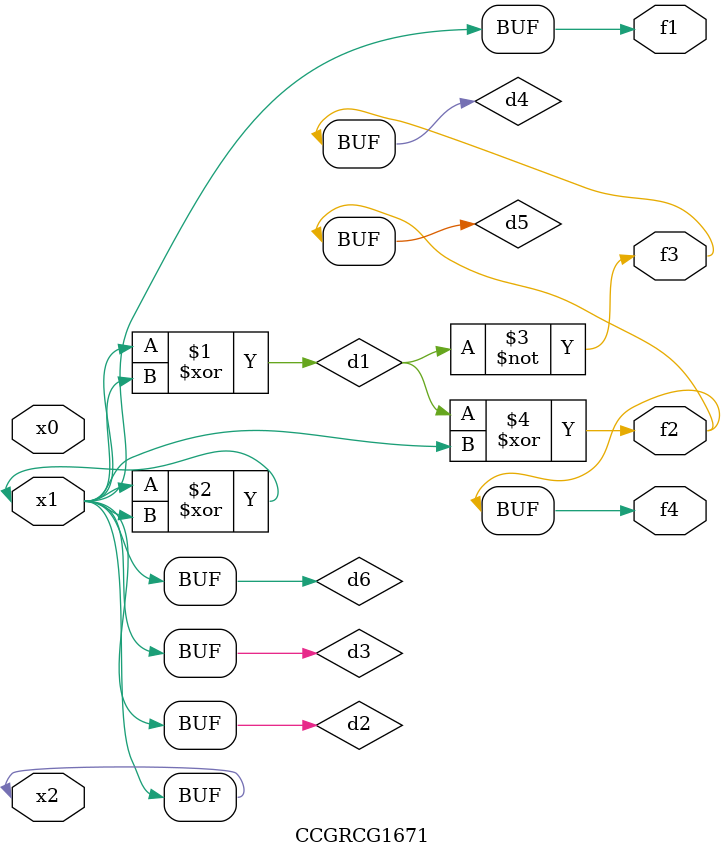
<source format=v>
module CCGRCG1671(
	input x0, x1, x2,
	output f1, f2, f3, f4
);

	wire d1, d2, d3, d4, d5, d6;

	xor (d1, x1, x2);
	buf (d2, x1, x2);
	xor (d3, x1, x2);
	nor (d4, d1);
	xor (d5, d1, d2);
	buf (d6, d2, d3);
	assign f1 = d6;
	assign f2 = d5;
	assign f3 = d4;
	assign f4 = d5;
endmodule

</source>
